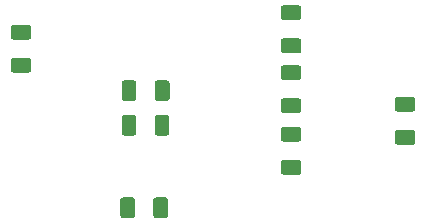
<source format=gbr>
G04 #@! TF.GenerationSoftware,KiCad,Pcbnew,5.1.2-f72e74a~84~ubuntu18.04.1*
G04 #@! TF.CreationDate,2020-01-10T04:29:40+01:00*
G04 #@! TF.ProjectId,BridgeElectrobot,42726964-6765-4456-9c65-6374726f626f,1.0*
G04 #@! TF.SameCoordinates,Original*
G04 #@! TF.FileFunction,Paste,Bot*
G04 #@! TF.FilePolarity,Positive*
%FSLAX46Y46*%
G04 Gerber Fmt 4.6, Leading zero omitted, Abs format (unit mm)*
G04 Created by KiCad (PCBNEW 5.1.2-f72e74a~84~ubuntu18.04.1) date 2020-01-10 04:29:40*
%MOMM*%
%LPD*%
G04 APERTURE LIST*
%ADD10C,0.100000*%
%ADD11C,1.250000*%
G04 APERTURE END LIST*
D10*
G36*
X118886504Y-94372204D02*
G01*
X118910773Y-94375804D01*
X118934571Y-94381765D01*
X118957671Y-94390030D01*
X118979849Y-94400520D01*
X119000893Y-94413133D01*
X119020598Y-94427747D01*
X119038777Y-94444223D01*
X119055253Y-94462402D01*
X119069867Y-94482107D01*
X119082480Y-94503151D01*
X119092970Y-94525329D01*
X119101235Y-94548429D01*
X119107196Y-94572227D01*
X119110796Y-94596496D01*
X119112000Y-94621000D01*
X119112000Y-95371000D01*
X119110796Y-95395504D01*
X119107196Y-95419773D01*
X119101235Y-95443571D01*
X119092970Y-95466671D01*
X119082480Y-95488849D01*
X119069867Y-95509893D01*
X119055253Y-95529598D01*
X119038777Y-95547777D01*
X119020598Y-95564253D01*
X119000893Y-95578867D01*
X118979849Y-95591480D01*
X118957671Y-95601970D01*
X118934571Y-95610235D01*
X118910773Y-95616196D01*
X118886504Y-95619796D01*
X118862000Y-95621000D01*
X117612000Y-95621000D01*
X117587496Y-95619796D01*
X117563227Y-95616196D01*
X117539429Y-95610235D01*
X117516329Y-95601970D01*
X117494151Y-95591480D01*
X117473107Y-95578867D01*
X117453402Y-95564253D01*
X117435223Y-95547777D01*
X117418747Y-95529598D01*
X117404133Y-95509893D01*
X117391520Y-95488849D01*
X117381030Y-95466671D01*
X117372765Y-95443571D01*
X117366804Y-95419773D01*
X117363204Y-95395504D01*
X117362000Y-95371000D01*
X117362000Y-94621000D01*
X117363204Y-94596496D01*
X117366804Y-94572227D01*
X117372765Y-94548429D01*
X117381030Y-94525329D01*
X117391520Y-94503151D01*
X117404133Y-94482107D01*
X117418747Y-94462402D01*
X117435223Y-94444223D01*
X117453402Y-94427747D01*
X117473107Y-94413133D01*
X117494151Y-94400520D01*
X117516329Y-94390030D01*
X117539429Y-94381765D01*
X117563227Y-94375804D01*
X117587496Y-94372204D01*
X117612000Y-94371000D01*
X118862000Y-94371000D01*
X118886504Y-94372204D01*
X118886504Y-94372204D01*
G37*
D11*
X118237000Y-94996000D03*
D10*
G36*
X118886504Y-91572204D02*
G01*
X118910773Y-91575804D01*
X118934571Y-91581765D01*
X118957671Y-91590030D01*
X118979849Y-91600520D01*
X119000893Y-91613133D01*
X119020598Y-91627747D01*
X119038777Y-91644223D01*
X119055253Y-91662402D01*
X119069867Y-91682107D01*
X119082480Y-91703151D01*
X119092970Y-91725329D01*
X119101235Y-91748429D01*
X119107196Y-91772227D01*
X119110796Y-91796496D01*
X119112000Y-91821000D01*
X119112000Y-92571000D01*
X119110796Y-92595504D01*
X119107196Y-92619773D01*
X119101235Y-92643571D01*
X119092970Y-92666671D01*
X119082480Y-92688849D01*
X119069867Y-92709893D01*
X119055253Y-92729598D01*
X119038777Y-92747777D01*
X119020598Y-92764253D01*
X119000893Y-92778867D01*
X118979849Y-92791480D01*
X118957671Y-92801970D01*
X118934571Y-92810235D01*
X118910773Y-92816196D01*
X118886504Y-92819796D01*
X118862000Y-92821000D01*
X117612000Y-92821000D01*
X117587496Y-92819796D01*
X117563227Y-92816196D01*
X117539429Y-92810235D01*
X117516329Y-92801970D01*
X117494151Y-92791480D01*
X117473107Y-92778867D01*
X117453402Y-92764253D01*
X117435223Y-92747777D01*
X117418747Y-92729598D01*
X117404133Y-92709893D01*
X117391520Y-92688849D01*
X117381030Y-92666671D01*
X117372765Y-92643571D01*
X117366804Y-92619773D01*
X117363204Y-92595504D01*
X117362000Y-92571000D01*
X117362000Y-91821000D01*
X117363204Y-91796496D01*
X117366804Y-91772227D01*
X117372765Y-91748429D01*
X117381030Y-91725329D01*
X117391520Y-91703151D01*
X117404133Y-91682107D01*
X117418747Y-91662402D01*
X117435223Y-91644223D01*
X117453402Y-91627747D01*
X117473107Y-91613133D01*
X117494151Y-91600520D01*
X117516329Y-91590030D01*
X117539429Y-91581765D01*
X117563227Y-91575804D01*
X117587496Y-91572204D01*
X117612000Y-91571000D01*
X118862000Y-91571000D01*
X118886504Y-91572204D01*
X118886504Y-91572204D01*
G37*
D11*
X118237000Y-92196000D03*
D10*
G36*
X141746504Y-103014204D02*
G01*
X141770773Y-103017804D01*
X141794571Y-103023765D01*
X141817671Y-103032030D01*
X141839849Y-103042520D01*
X141860893Y-103055133D01*
X141880598Y-103069747D01*
X141898777Y-103086223D01*
X141915253Y-103104402D01*
X141929867Y-103124107D01*
X141942480Y-103145151D01*
X141952970Y-103167329D01*
X141961235Y-103190429D01*
X141967196Y-103214227D01*
X141970796Y-103238496D01*
X141972000Y-103263000D01*
X141972000Y-104013000D01*
X141970796Y-104037504D01*
X141967196Y-104061773D01*
X141961235Y-104085571D01*
X141952970Y-104108671D01*
X141942480Y-104130849D01*
X141929867Y-104151893D01*
X141915253Y-104171598D01*
X141898777Y-104189777D01*
X141880598Y-104206253D01*
X141860893Y-104220867D01*
X141839849Y-104233480D01*
X141817671Y-104243970D01*
X141794571Y-104252235D01*
X141770773Y-104258196D01*
X141746504Y-104261796D01*
X141722000Y-104263000D01*
X140472000Y-104263000D01*
X140447496Y-104261796D01*
X140423227Y-104258196D01*
X140399429Y-104252235D01*
X140376329Y-104243970D01*
X140354151Y-104233480D01*
X140333107Y-104220867D01*
X140313402Y-104206253D01*
X140295223Y-104189777D01*
X140278747Y-104171598D01*
X140264133Y-104151893D01*
X140251520Y-104130849D01*
X140241030Y-104108671D01*
X140232765Y-104085571D01*
X140226804Y-104061773D01*
X140223204Y-104037504D01*
X140222000Y-104013000D01*
X140222000Y-103263000D01*
X140223204Y-103238496D01*
X140226804Y-103214227D01*
X140232765Y-103190429D01*
X140241030Y-103167329D01*
X140251520Y-103145151D01*
X140264133Y-103124107D01*
X140278747Y-103104402D01*
X140295223Y-103086223D01*
X140313402Y-103069747D01*
X140333107Y-103055133D01*
X140354151Y-103042520D01*
X140376329Y-103032030D01*
X140399429Y-103023765D01*
X140423227Y-103017804D01*
X140447496Y-103014204D01*
X140472000Y-103013000D01*
X141722000Y-103013000D01*
X141746504Y-103014204D01*
X141746504Y-103014204D01*
G37*
D11*
X141097000Y-103638000D03*
D10*
G36*
X141746504Y-100214204D02*
G01*
X141770773Y-100217804D01*
X141794571Y-100223765D01*
X141817671Y-100232030D01*
X141839849Y-100242520D01*
X141860893Y-100255133D01*
X141880598Y-100269747D01*
X141898777Y-100286223D01*
X141915253Y-100304402D01*
X141929867Y-100324107D01*
X141942480Y-100345151D01*
X141952970Y-100367329D01*
X141961235Y-100390429D01*
X141967196Y-100414227D01*
X141970796Y-100438496D01*
X141972000Y-100463000D01*
X141972000Y-101213000D01*
X141970796Y-101237504D01*
X141967196Y-101261773D01*
X141961235Y-101285571D01*
X141952970Y-101308671D01*
X141942480Y-101330849D01*
X141929867Y-101351893D01*
X141915253Y-101371598D01*
X141898777Y-101389777D01*
X141880598Y-101406253D01*
X141860893Y-101420867D01*
X141839849Y-101433480D01*
X141817671Y-101443970D01*
X141794571Y-101452235D01*
X141770773Y-101458196D01*
X141746504Y-101461796D01*
X141722000Y-101463000D01*
X140472000Y-101463000D01*
X140447496Y-101461796D01*
X140423227Y-101458196D01*
X140399429Y-101452235D01*
X140376329Y-101443970D01*
X140354151Y-101433480D01*
X140333107Y-101420867D01*
X140313402Y-101406253D01*
X140295223Y-101389777D01*
X140278747Y-101371598D01*
X140264133Y-101351893D01*
X140251520Y-101330849D01*
X140241030Y-101308671D01*
X140232765Y-101285571D01*
X140226804Y-101261773D01*
X140223204Y-101237504D01*
X140222000Y-101213000D01*
X140222000Y-100463000D01*
X140223204Y-100438496D01*
X140226804Y-100414227D01*
X140232765Y-100390429D01*
X140241030Y-100367329D01*
X140251520Y-100345151D01*
X140264133Y-100324107D01*
X140278747Y-100304402D01*
X140295223Y-100286223D01*
X140313402Y-100269747D01*
X140333107Y-100255133D01*
X140354151Y-100242520D01*
X140376329Y-100232030D01*
X140399429Y-100223765D01*
X140423227Y-100217804D01*
X140447496Y-100214204D01*
X140472000Y-100213000D01*
X141722000Y-100213000D01*
X141746504Y-100214204D01*
X141746504Y-100214204D01*
G37*
D11*
X141097000Y-100838000D03*
D10*
G36*
X127780504Y-96281204D02*
G01*
X127804773Y-96284804D01*
X127828571Y-96290765D01*
X127851671Y-96299030D01*
X127873849Y-96309520D01*
X127894893Y-96322133D01*
X127914598Y-96336747D01*
X127932777Y-96353223D01*
X127949253Y-96371402D01*
X127963867Y-96391107D01*
X127976480Y-96412151D01*
X127986970Y-96434329D01*
X127995235Y-96457429D01*
X128001196Y-96481227D01*
X128004796Y-96505496D01*
X128006000Y-96530000D01*
X128006000Y-97780000D01*
X128004796Y-97804504D01*
X128001196Y-97828773D01*
X127995235Y-97852571D01*
X127986970Y-97875671D01*
X127976480Y-97897849D01*
X127963867Y-97918893D01*
X127949253Y-97938598D01*
X127932777Y-97956777D01*
X127914598Y-97973253D01*
X127894893Y-97987867D01*
X127873849Y-98000480D01*
X127851671Y-98010970D01*
X127828571Y-98019235D01*
X127804773Y-98025196D01*
X127780504Y-98028796D01*
X127756000Y-98030000D01*
X127006000Y-98030000D01*
X126981496Y-98028796D01*
X126957227Y-98025196D01*
X126933429Y-98019235D01*
X126910329Y-98010970D01*
X126888151Y-98000480D01*
X126867107Y-97987867D01*
X126847402Y-97973253D01*
X126829223Y-97956777D01*
X126812747Y-97938598D01*
X126798133Y-97918893D01*
X126785520Y-97897849D01*
X126775030Y-97875671D01*
X126766765Y-97852571D01*
X126760804Y-97828773D01*
X126757204Y-97804504D01*
X126756000Y-97780000D01*
X126756000Y-96530000D01*
X126757204Y-96505496D01*
X126760804Y-96481227D01*
X126766765Y-96457429D01*
X126775030Y-96434329D01*
X126785520Y-96412151D01*
X126798133Y-96391107D01*
X126812747Y-96371402D01*
X126829223Y-96353223D01*
X126847402Y-96336747D01*
X126867107Y-96322133D01*
X126888151Y-96309520D01*
X126910329Y-96299030D01*
X126933429Y-96290765D01*
X126957227Y-96284804D01*
X126981496Y-96281204D01*
X127006000Y-96280000D01*
X127756000Y-96280000D01*
X127780504Y-96281204D01*
X127780504Y-96281204D01*
G37*
D11*
X127381000Y-97155000D03*
D10*
G36*
X130580504Y-96281204D02*
G01*
X130604773Y-96284804D01*
X130628571Y-96290765D01*
X130651671Y-96299030D01*
X130673849Y-96309520D01*
X130694893Y-96322133D01*
X130714598Y-96336747D01*
X130732777Y-96353223D01*
X130749253Y-96371402D01*
X130763867Y-96391107D01*
X130776480Y-96412151D01*
X130786970Y-96434329D01*
X130795235Y-96457429D01*
X130801196Y-96481227D01*
X130804796Y-96505496D01*
X130806000Y-96530000D01*
X130806000Y-97780000D01*
X130804796Y-97804504D01*
X130801196Y-97828773D01*
X130795235Y-97852571D01*
X130786970Y-97875671D01*
X130776480Y-97897849D01*
X130763867Y-97918893D01*
X130749253Y-97938598D01*
X130732777Y-97956777D01*
X130714598Y-97973253D01*
X130694893Y-97987867D01*
X130673849Y-98000480D01*
X130651671Y-98010970D01*
X130628571Y-98019235D01*
X130604773Y-98025196D01*
X130580504Y-98028796D01*
X130556000Y-98030000D01*
X129806000Y-98030000D01*
X129781496Y-98028796D01*
X129757227Y-98025196D01*
X129733429Y-98019235D01*
X129710329Y-98010970D01*
X129688151Y-98000480D01*
X129667107Y-97987867D01*
X129647402Y-97973253D01*
X129629223Y-97956777D01*
X129612747Y-97938598D01*
X129598133Y-97918893D01*
X129585520Y-97897849D01*
X129575030Y-97875671D01*
X129566765Y-97852571D01*
X129560804Y-97828773D01*
X129557204Y-97804504D01*
X129556000Y-97780000D01*
X129556000Y-96530000D01*
X129557204Y-96505496D01*
X129560804Y-96481227D01*
X129566765Y-96457429D01*
X129575030Y-96434329D01*
X129585520Y-96412151D01*
X129598133Y-96391107D01*
X129612747Y-96371402D01*
X129629223Y-96353223D01*
X129647402Y-96336747D01*
X129667107Y-96322133D01*
X129688151Y-96309520D01*
X129710329Y-96299030D01*
X129733429Y-96290765D01*
X129757227Y-96284804D01*
X129781496Y-96281204D01*
X129806000Y-96280000D01*
X130556000Y-96280000D01*
X130580504Y-96281204D01*
X130580504Y-96281204D01*
G37*
D11*
X130181000Y-97155000D03*
D10*
G36*
X130577504Y-99202204D02*
G01*
X130601773Y-99205804D01*
X130625571Y-99211765D01*
X130648671Y-99220030D01*
X130670849Y-99230520D01*
X130691893Y-99243133D01*
X130711598Y-99257747D01*
X130729777Y-99274223D01*
X130746253Y-99292402D01*
X130760867Y-99312107D01*
X130773480Y-99333151D01*
X130783970Y-99355329D01*
X130792235Y-99378429D01*
X130798196Y-99402227D01*
X130801796Y-99426496D01*
X130803000Y-99451000D01*
X130803000Y-100701000D01*
X130801796Y-100725504D01*
X130798196Y-100749773D01*
X130792235Y-100773571D01*
X130783970Y-100796671D01*
X130773480Y-100818849D01*
X130760867Y-100839893D01*
X130746253Y-100859598D01*
X130729777Y-100877777D01*
X130711598Y-100894253D01*
X130691893Y-100908867D01*
X130670849Y-100921480D01*
X130648671Y-100931970D01*
X130625571Y-100940235D01*
X130601773Y-100946196D01*
X130577504Y-100949796D01*
X130553000Y-100951000D01*
X129803000Y-100951000D01*
X129778496Y-100949796D01*
X129754227Y-100946196D01*
X129730429Y-100940235D01*
X129707329Y-100931970D01*
X129685151Y-100921480D01*
X129664107Y-100908867D01*
X129644402Y-100894253D01*
X129626223Y-100877777D01*
X129609747Y-100859598D01*
X129595133Y-100839893D01*
X129582520Y-100818849D01*
X129572030Y-100796671D01*
X129563765Y-100773571D01*
X129557804Y-100749773D01*
X129554204Y-100725504D01*
X129553000Y-100701000D01*
X129553000Y-99451000D01*
X129554204Y-99426496D01*
X129557804Y-99402227D01*
X129563765Y-99378429D01*
X129572030Y-99355329D01*
X129582520Y-99333151D01*
X129595133Y-99312107D01*
X129609747Y-99292402D01*
X129626223Y-99274223D01*
X129644402Y-99257747D01*
X129664107Y-99243133D01*
X129685151Y-99230520D01*
X129707329Y-99220030D01*
X129730429Y-99211765D01*
X129754227Y-99205804D01*
X129778496Y-99202204D01*
X129803000Y-99201000D01*
X130553000Y-99201000D01*
X130577504Y-99202204D01*
X130577504Y-99202204D01*
G37*
D11*
X130178000Y-100076000D03*
D10*
G36*
X127777504Y-99202204D02*
G01*
X127801773Y-99205804D01*
X127825571Y-99211765D01*
X127848671Y-99220030D01*
X127870849Y-99230520D01*
X127891893Y-99243133D01*
X127911598Y-99257747D01*
X127929777Y-99274223D01*
X127946253Y-99292402D01*
X127960867Y-99312107D01*
X127973480Y-99333151D01*
X127983970Y-99355329D01*
X127992235Y-99378429D01*
X127998196Y-99402227D01*
X128001796Y-99426496D01*
X128003000Y-99451000D01*
X128003000Y-100701000D01*
X128001796Y-100725504D01*
X127998196Y-100749773D01*
X127992235Y-100773571D01*
X127983970Y-100796671D01*
X127973480Y-100818849D01*
X127960867Y-100839893D01*
X127946253Y-100859598D01*
X127929777Y-100877777D01*
X127911598Y-100894253D01*
X127891893Y-100908867D01*
X127870849Y-100921480D01*
X127848671Y-100931970D01*
X127825571Y-100940235D01*
X127801773Y-100946196D01*
X127777504Y-100949796D01*
X127753000Y-100951000D01*
X127003000Y-100951000D01*
X126978496Y-100949796D01*
X126954227Y-100946196D01*
X126930429Y-100940235D01*
X126907329Y-100931970D01*
X126885151Y-100921480D01*
X126864107Y-100908867D01*
X126844402Y-100894253D01*
X126826223Y-100877777D01*
X126809747Y-100859598D01*
X126795133Y-100839893D01*
X126782520Y-100818849D01*
X126772030Y-100796671D01*
X126763765Y-100773571D01*
X126757804Y-100749773D01*
X126754204Y-100725504D01*
X126753000Y-100701000D01*
X126753000Y-99451000D01*
X126754204Y-99426496D01*
X126757804Y-99402227D01*
X126763765Y-99378429D01*
X126772030Y-99355329D01*
X126782520Y-99333151D01*
X126795133Y-99312107D01*
X126809747Y-99292402D01*
X126826223Y-99274223D01*
X126844402Y-99257747D01*
X126864107Y-99243133D01*
X126885151Y-99230520D01*
X126907329Y-99220030D01*
X126930429Y-99211765D01*
X126954227Y-99205804D01*
X126978496Y-99202204D01*
X127003000Y-99201000D01*
X127753000Y-99201000D01*
X127777504Y-99202204D01*
X127777504Y-99202204D01*
G37*
D11*
X127378000Y-100076000D03*
D10*
G36*
X127650504Y-106187204D02*
G01*
X127674773Y-106190804D01*
X127698571Y-106196765D01*
X127721671Y-106205030D01*
X127743849Y-106215520D01*
X127764893Y-106228133D01*
X127784598Y-106242747D01*
X127802777Y-106259223D01*
X127819253Y-106277402D01*
X127833867Y-106297107D01*
X127846480Y-106318151D01*
X127856970Y-106340329D01*
X127865235Y-106363429D01*
X127871196Y-106387227D01*
X127874796Y-106411496D01*
X127876000Y-106436000D01*
X127876000Y-107686000D01*
X127874796Y-107710504D01*
X127871196Y-107734773D01*
X127865235Y-107758571D01*
X127856970Y-107781671D01*
X127846480Y-107803849D01*
X127833867Y-107824893D01*
X127819253Y-107844598D01*
X127802777Y-107862777D01*
X127784598Y-107879253D01*
X127764893Y-107893867D01*
X127743849Y-107906480D01*
X127721671Y-107916970D01*
X127698571Y-107925235D01*
X127674773Y-107931196D01*
X127650504Y-107934796D01*
X127626000Y-107936000D01*
X126876000Y-107936000D01*
X126851496Y-107934796D01*
X126827227Y-107931196D01*
X126803429Y-107925235D01*
X126780329Y-107916970D01*
X126758151Y-107906480D01*
X126737107Y-107893867D01*
X126717402Y-107879253D01*
X126699223Y-107862777D01*
X126682747Y-107844598D01*
X126668133Y-107824893D01*
X126655520Y-107803849D01*
X126645030Y-107781671D01*
X126636765Y-107758571D01*
X126630804Y-107734773D01*
X126627204Y-107710504D01*
X126626000Y-107686000D01*
X126626000Y-106436000D01*
X126627204Y-106411496D01*
X126630804Y-106387227D01*
X126636765Y-106363429D01*
X126645030Y-106340329D01*
X126655520Y-106318151D01*
X126668133Y-106297107D01*
X126682747Y-106277402D01*
X126699223Y-106259223D01*
X126717402Y-106242747D01*
X126737107Y-106228133D01*
X126758151Y-106215520D01*
X126780329Y-106205030D01*
X126803429Y-106196765D01*
X126827227Y-106190804D01*
X126851496Y-106187204D01*
X126876000Y-106186000D01*
X127626000Y-106186000D01*
X127650504Y-106187204D01*
X127650504Y-106187204D01*
G37*
D11*
X127251000Y-107061000D03*
D10*
G36*
X130450504Y-106187204D02*
G01*
X130474773Y-106190804D01*
X130498571Y-106196765D01*
X130521671Y-106205030D01*
X130543849Y-106215520D01*
X130564893Y-106228133D01*
X130584598Y-106242747D01*
X130602777Y-106259223D01*
X130619253Y-106277402D01*
X130633867Y-106297107D01*
X130646480Y-106318151D01*
X130656970Y-106340329D01*
X130665235Y-106363429D01*
X130671196Y-106387227D01*
X130674796Y-106411496D01*
X130676000Y-106436000D01*
X130676000Y-107686000D01*
X130674796Y-107710504D01*
X130671196Y-107734773D01*
X130665235Y-107758571D01*
X130656970Y-107781671D01*
X130646480Y-107803849D01*
X130633867Y-107824893D01*
X130619253Y-107844598D01*
X130602777Y-107862777D01*
X130584598Y-107879253D01*
X130564893Y-107893867D01*
X130543849Y-107906480D01*
X130521671Y-107916970D01*
X130498571Y-107925235D01*
X130474773Y-107931196D01*
X130450504Y-107934796D01*
X130426000Y-107936000D01*
X129676000Y-107936000D01*
X129651496Y-107934796D01*
X129627227Y-107931196D01*
X129603429Y-107925235D01*
X129580329Y-107916970D01*
X129558151Y-107906480D01*
X129537107Y-107893867D01*
X129517402Y-107879253D01*
X129499223Y-107862777D01*
X129482747Y-107844598D01*
X129468133Y-107824893D01*
X129455520Y-107803849D01*
X129445030Y-107781671D01*
X129436765Y-107758571D01*
X129430804Y-107734773D01*
X129427204Y-107710504D01*
X129426000Y-107686000D01*
X129426000Y-106436000D01*
X129427204Y-106411496D01*
X129430804Y-106387227D01*
X129436765Y-106363429D01*
X129445030Y-106340329D01*
X129455520Y-106318151D01*
X129468133Y-106297107D01*
X129482747Y-106277402D01*
X129499223Y-106259223D01*
X129517402Y-106242747D01*
X129537107Y-106228133D01*
X129558151Y-106215520D01*
X129580329Y-106205030D01*
X129603429Y-106196765D01*
X129627227Y-106190804D01*
X129651496Y-106187204D01*
X129676000Y-106186000D01*
X130426000Y-106186000D01*
X130450504Y-106187204D01*
X130450504Y-106187204D01*
G37*
D11*
X130051000Y-107061000D03*
D10*
G36*
X141746504Y-89927204D02*
G01*
X141770773Y-89930804D01*
X141794571Y-89936765D01*
X141817671Y-89945030D01*
X141839849Y-89955520D01*
X141860893Y-89968133D01*
X141880598Y-89982747D01*
X141898777Y-89999223D01*
X141915253Y-90017402D01*
X141929867Y-90037107D01*
X141942480Y-90058151D01*
X141952970Y-90080329D01*
X141961235Y-90103429D01*
X141967196Y-90127227D01*
X141970796Y-90151496D01*
X141972000Y-90176000D01*
X141972000Y-90926000D01*
X141970796Y-90950504D01*
X141967196Y-90974773D01*
X141961235Y-90998571D01*
X141952970Y-91021671D01*
X141942480Y-91043849D01*
X141929867Y-91064893D01*
X141915253Y-91084598D01*
X141898777Y-91102777D01*
X141880598Y-91119253D01*
X141860893Y-91133867D01*
X141839849Y-91146480D01*
X141817671Y-91156970D01*
X141794571Y-91165235D01*
X141770773Y-91171196D01*
X141746504Y-91174796D01*
X141722000Y-91176000D01*
X140472000Y-91176000D01*
X140447496Y-91174796D01*
X140423227Y-91171196D01*
X140399429Y-91165235D01*
X140376329Y-91156970D01*
X140354151Y-91146480D01*
X140333107Y-91133867D01*
X140313402Y-91119253D01*
X140295223Y-91102777D01*
X140278747Y-91084598D01*
X140264133Y-91064893D01*
X140251520Y-91043849D01*
X140241030Y-91021671D01*
X140232765Y-90998571D01*
X140226804Y-90974773D01*
X140223204Y-90950504D01*
X140222000Y-90926000D01*
X140222000Y-90176000D01*
X140223204Y-90151496D01*
X140226804Y-90127227D01*
X140232765Y-90103429D01*
X140241030Y-90080329D01*
X140251520Y-90058151D01*
X140264133Y-90037107D01*
X140278747Y-90017402D01*
X140295223Y-89999223D01*
X140313402Y-89982747D01*
X140333107Y-89968133D01*
X140354151Y-89955520D01*
X140376329Y-89945030D01*
X140399429Y-89936765D01*
X140423227Y-89930804D01*
X140447496Y-89927204D01*
X140472000Y-89926000D01*
X141722000Y-89926000D01*
X141746504Y-89927204D01*
X141746504Y-89927204D01*
G37*
D11*
X141097000Y-90551000D03*
D10*
G36*
X141746504Y-92727204D02*
G01*
X141770773Y-92730804D01*
X141794571Y-92736765D01*
X141817671Y-92745030D01*
X141839849Y-92755520D01*
X141860893Y-92768133D01*
X141880598Y-92782747D01*
X141898777Y-92799223D01*
X141915253Y-92817402D01*
X141929867Y-92837107D01*
X141942480Y-92858151D01*
X141952970Y-92880329D01*
X141961235Y-92903429D01*
X141967196Y-92927227D01*
X141970796Y-92951496D01*
X141972000Y-92976000D01*
X141972000Y-93726000D01*
X141970796Y-93750504D01*
X141967196Y-93774773D01*
X141961235Y-93798571D01*
X141952970Y-93821671D01*
X141942480Y-93843849D01*
X141929867Y-93864893D01*
X141915253Y-93884598D01*
X141898777Y-93902777D01*
X141880598Y-93919253D01*
X141860893Y-93933867D01*
X141839849Y-93946480D01*
X141817671Y-93956970D01*
X141794571Y-93965235D01*
X141770773Y-93971196D01*
X141746504Y-93974796D01*
X141722000Y-93976000D01*
X140472000Y-93976000D01*
X140447496Y-93974796D01*
X140423227Y-93971196D01*
X140399429Y-93965235D01*
X140376329Y-93956970D01*
X140354151Y-93946480D01*
X140333107Y-93933867D01*
X140313402Y-93919253D01*
X140295223Y-93902777D01*
X140278747Y-93884598D01*
X140264133Y-93864893D01*
X140251520Y-93843849D01*
X140241030Y-93821671D01*
X140232765Y-93798571D01*
X140226804Y-93774773D01*
X140223204Y-93750504D01*
X140222000Y-93726000D01*
X140222000Y-92976000D01*
X140223204Y-92951496D01*
X140226804Y-92927227D01*
X140232765Y-92903429D01*
X140241030Y-92880329D01*
X140251520Y-92858151D01*
X140264133Y-92837107D01*
X140278747Y-92817402D01*
X140295223Y-92799223D01*
X140313402Y-92782747D01*
X140333107Y-92768133D01*
X140354151Y-92755520D01*
X140376329Y-92745030D01*
X140399429Y-92736765D01*
X140423227Y-92730804D01*
X140447496Y-92727204D01*
X140472000Y-92726000D01*
X141722000Y-92726000D01*
X141746504Y-92727204D01*
X141746504Y-92727204D01*
G37*
D11*
X141097000Y-93351000D03*
D10*
G36*
X141746504Y-97804204D02*
G01*
X141770773Y-97807804D01*
X141794571Y-97813765D01*
X141817671Y-97822030D01*
X141839849Y-97832520D01*
X141860893Y-97845133D01*
X141880598Y-97859747D01*
X141898777Y-97876223D01*
X141915253Y-97894402D01*
X141929867Y-97914107D01*
X141942480Y-97935151D01*
X141952970Y-97957329D01*
X141961235Y-97980429D01*
X141967196Y-98004227D01*
X141970796Y-98028496D01*
X141972000Y-98053000D01*
X141972000Y-98803000D01*
X141970796Y-98827504D01*
X141967196Y-98851773D01*
X141961235Y-98875571D01*
X141952970Y-98898671D01*
X141942480Y-98920849D01*
X141929867Y-98941893D01*
X141915253Y-98961598D01*
X141898777Y-98979777D01*
X141880598Y-98996253D01*
X141860893Y-99010867D01*
X141839849Y-99023480D01*
X141817671Y-99033970D01*
X141794571Y-99042235D01*
X141770773Y-99048196D01*
X141746504Y-99051796D01*
X141722000Y-99053000D01*
X140472000Y-99053000D01*
X140447496Y-99051796D01*
X140423227Y-99048196D01*
X140399429Y-99042235D01*
X140376329Y-99033970D01*
X140354151Y-99023480D01*
X140333107Y-99010867D01*
X140313402Y-98996253D01*
X140295223Y-98979777D01*
X140278747Y-98961598D01*
X140264133Y-98941893D01*
X140251520Y-98920849D01*
X140241030Y-98898671D01*
X140232765Y-98875571D01*
X140226804Y-98851773D01*
X140223204Y-98827504D01*
X140222000Y-98803000D01*
X140222000Y-98053000D01*
X140223204Y-98028496D01*
X140226804Y-98004227D01*
X140232765Y-97980429D01*
X140241030Y-97957329D01*
X140251520Y-97935151D01*
X140264133Y-97914107D01*
X140278747Y-97894402D01*
X140295223Y-97876223D01*
X140313402Y-97859747D01*
X140333107Y-97845133D01*
X140354151Y-97832520D01*
X140376329Y-97822030D01*
X140399429Y-97813765D01*
X140423227Y-97807804D01*
X140447496Y-97804204D01*
X140472000Y-97803000D01*
X141722000Y-97803000D01*
X141746504Y-97804204D01*
X141746504Y-97804204D01*
G37*
D11*
X141097000Y-98428000D03*
D10*
G36*
X141746504Y-95004204D02*
G01*
X141770773Y-95007804D01*
X141794571Y-95013765D01*
X141817671Y-95022030D01*
X141839849Y-95032520D01*
X141860893Y-95045133D01*
X141880598Y-95059747D01*
X141898777Y-95076223D01*
X141915253Y-95094402D01*
X141929867Y-95114107D01*
X141942480Y-95135151D01*
X141952970Y-95157329D01*
X141961235Y-95180429D01*
X141967196Y-95204227D01*
X141970796Y-95228496D01*
X141972000Y-95253000D01*
X141972000Y-96003000D01*
X141970796Y-96027504D01*
X141967196Y-96051773D01*
X141961235Y-96075571D01*
X141952970Y-96098671D01*
X141942480Y-96120849D01*
X141929867Y-96141893D01*
X141915253Y-96161598D01*
X141898777Y-96179777D01*
X141880598Y-96196253D01*
X141860893Y-96210867D01*
X141839849Y-96223480D01*
X141817671Y-96233970D01*
X141794571Y-96242235D01*
X141770773Y-96248196D01*
X141746504Y-96251796D01*
X141722000Y-96253000D01*
X140472000Y-96253000D01*
X140447496Y-96251796D01*
X140423227Y-96248196D01*
X140399429Y-96242235D01*
X140376329Y-96233970D01*
X140354151Y-96223480D01*
X140333107Y-96210867D01*
X140313402Y-96196253D01*
X140295223Y-96179777D01*
X140278747Y-96161598D01*
X140264133Y-96141893D01*
X140251520Y-96120849D01*
X140241030Y-96098671D01*
X140232765Y-96075571D01*
X140226804Y-96051773D01*
X140223204Y-96027504D01*
X140222000Y-96003000D01*
X140222000Y-95253000D01*
X140223204Y-95228496D01*
X140226804Y-95204227D01*
X140232765Y-95180429D01*
X140241030Y-95157329D01*
X140251520Y-95135151D01*
X140264133Y-95114107D01*
X140278747Y-95094402D01*
X140295223Y-95076223D01*
X140313402Y-95059747D01*
X140333107Y-95045133D01*
X140354151Y-95032520D01*
X140376329Y-95022030D01*
X140399429Y-95013765D01*
X140423227Y-95007804D01*
X140447496Y-95004204D01*
X140472000Y-95003000D01*
X141722000Y-95003000D01*
X141746504Y-95004204D01*
X141746504Y-95004204D01*
G37*
D11*
X141097000Y-95628000D03*
D10*
G36*
X151398504Y-100471204D02*
G01*
X151422773Y-100474804D01*
X151446571Y-100480765D01*
X151469671Y-100489030D01*
X151491849Y-100499520D01*
X151512893Y-100512133D01*
X151532598Y-100526747D01*
X151550777Y-100543223D01*
X151567253Y-100561402D01*
X151581867Y-100581107D01*
X151594480Y-100602151D01*
X151604970Y-100624329D01*
X151613235Y-100647429D01*
X151619196Y-100671227D01*
X151622796Y-100695496D01*
X151624000Y-100720000D01*
X151624000Y-101470000D01*
X151622796Y-101494504D01*
X151619196Y-101518773D01*
X151613235Y-101542571D01*
X151604970Y-101565671D01*
X151594480Y-101587849D01*
X151581867Y-101608893D01*
X151567253Y-101628598D01*
X151550777Y-101646777D01*
X151532598Y-101663253D01*
X151512893Y-101677867D01*
X151491849Y-101690480D01*
X151469671Y-101700970D01*
X151446571Y-101709235D01*
X151422773Y-101715196D01*
X151398504Y-101718796D01*
X151374000Y-101720000D01*
X150124000Y-101720000D01*
X150099496Y-101718796D01*
X150075227Y-101715196D01*
X150051429Y-101709235D01*
X150028329Y-101700970D01*
X150006151Y-101690480D01*
X149985107Y-101677867D01*
X149965402Y-101663253D01*
X149947223Y-101646777D01*
X149930747Y-101628598D01*
X149916133Y-101608893D01*
X149903520Y-101587849D01*
X149893030Y-101565671D01*
X149884765Y-101542571D01*
X149878804Y-101518773D01*
X149875204Y-101494504D01*
X149874000Y-101470000D01*
X149874000Y-100720000D01*
X149875204Y-100695496D01*
X149878804Y-100671227D01*
X149884765Y-100647429D01*
X149893030Y-100624329D01*
X149903520Y-100602151D01*
X149916133Y-100581107D01*
X149930747Y-100561402D01*
X149947223Y-100543223D01*
X149965402Y-100526747D01*
X149985107Y-100512133D01*
X150006151Y-100499520D01*
X150028329Y-100489030D01*
X150051429Y-100480765D01*
X150075227Y-100474804D01*
X150099496Y-100471204D01*
X150124000Y-100470000D01*
X151374000Y-100470000D01*
X151398504Y-100471204D01*
X151398504Y-100471204D01*
G37*
D11*
X150749000Y-101095000D03*
D10*
G36*
X151398504Y-97671204D02*
G01*
X151422773Y-97674804D01*
X151446571Y-97680765D01*
X151469671Y-97689030D01*
X151491849Y-97699520D01*
X151512893Y-97712133D01*
X151532598Y-97726747D01*
X151550777Y-97743223D01*
X151567253Y-97761402D01*
X151581867Y-97781107D01*
X151594480Y-97802151D01*
X151604970Y-97824329D01*
X151613235Y-97847429D01*
X151619196Y-97871227D01*
X151622796Y-97895496D01*
X151624000Y-97920000D01*
X151624000Y-98670000D01*
X151622796Y-98694504D01*
X151619196Y-98718773D01*
X151613235Y-98742571D01*
X151604970Y-98765671D01*
X151594480Y-98787849D01*
X151581867Y-98808893D01*
X151567253Y-98828598D01*
X151550777Y-98846777D01*
X151532598Y-98863253D01*
X151512893Y-98877867D01*
X151491849Y-98890480D01*
X151469671Y-98900970D01*
X151446571Y-98909235D01*
X151422773Y-98915196D01*
X151398504Y-98918796D01*
X151374000Y-98920000D01*
X150124000Y-98920000D01*
X150099496Y-98918796D01*
X150075227Y-98915196D01*
X150051429Y-98909235D01*
X150028329Y-98900970D01*
X150006151Y-98890480D01*
X149985107Y-98877867D01*
X149965402Y-98863253D01*
X149947223Y-98846777D01*
X149930747Y-98828598D01*
X149916133Y-98808893D01*
X149903520Y-98787849D01*
X149893030Y-98765671D01*
X149884765Y-98742571D01*
X149878804Y-98718773D01*
X149875204Y-98694504D01*
X149874000Y-98670000D01*
X149874000Y-97920000D01*
X149875204Y-97895496D01*
X149878804Y-97871227D01*
X149884765Y-97847429D01*
X149893030Y-97824329D01*
X149903520Y-97802151D01*
X149916133Y-97781107D01*
X149930747Y-97761402D01*
X149947223Y-97743223D01*
X149965402Y-97726747D01*
X149985107Y-97712133D01*
X150006151Y-97699520D01*
X150028329Y-97689030D01*
X150051429Y-97680765D01*
X150075227Y-97674804D01*
X150099496Y-97671204D01*
X150124000Y-97670000D01*
X151374000Y-97670000D01*
X151398504Y-97671204D01*
X151398504Y-97671204D01*
G37*
D11*
X150749000Y-98295000D03*
M02*

</source>
